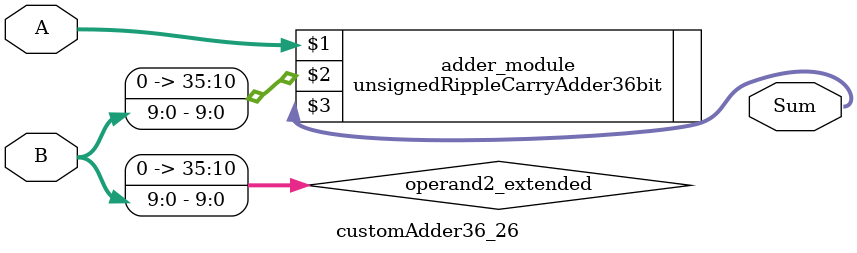
<source format=v>
module customAdder36_26(
                        input [35 : 0] A,
                        input [9 : 0] B,
                        
                        output [36 : 0] Sum
                );

        wire [35 : 0] operand2_extended;
        
        assign operand2_extended =  {26'b0, B};
        
        unsignedRippleCarryAdder36bit adder_module(
            A,
            operand2_extended,
            Sum
        );
        
        endmodule
        
</source>
